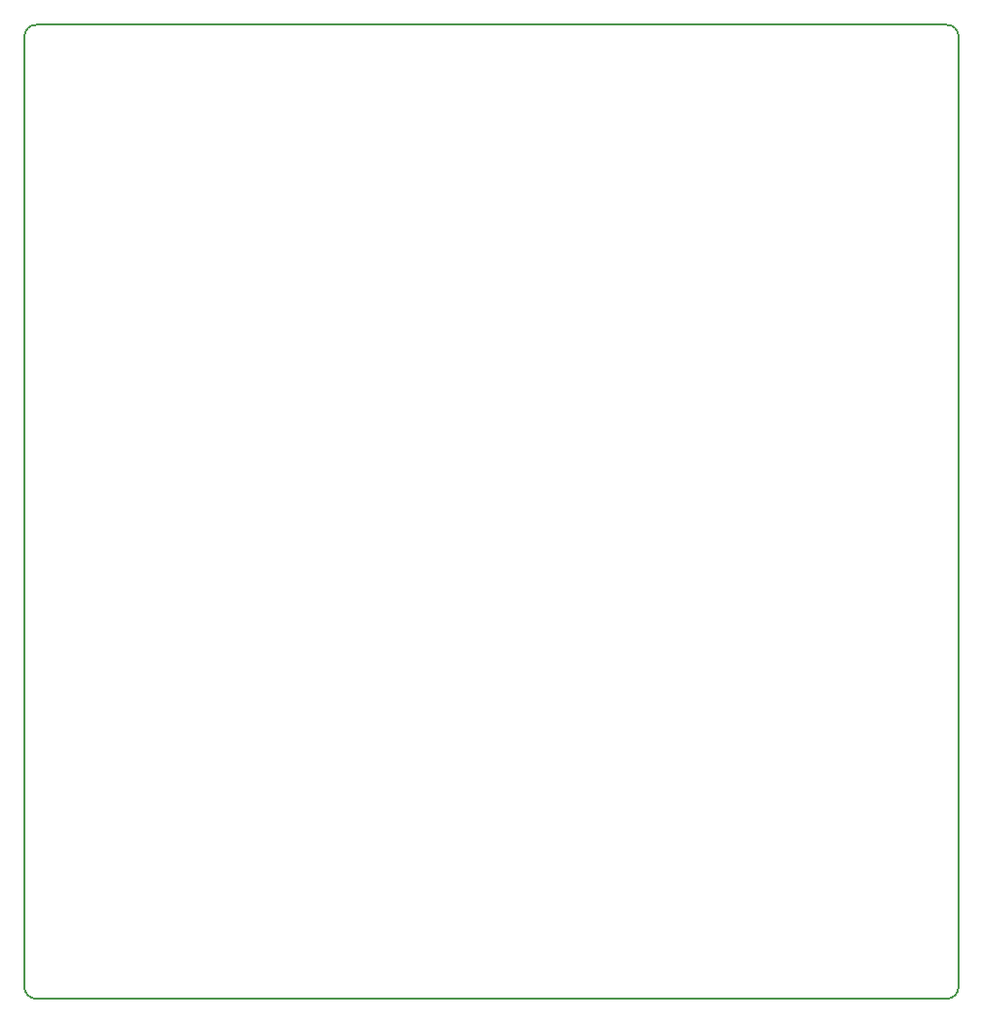
<source format=gm1>
G04 #@! TF.FileFunction,Profile,NP*
%FSLAX46Y46*%
G04 Gerber Fmt 4.6, Leading zero omitted, Abs format (unit mm)*
G04 Created by KiCad (PCBNEW 4.0.7) date 10/13/19 14:19:05*
%MOMM*%
%LPD*%
G01*
G04 APERTURE LIST*
%ADD10C,0.100000*%
%ADD11C,0.150000*%
G04 APERTURE END LIST*
D10*
D11*
X135839200Y-132537200D02*
X56769000Y-132537200D01*
X135839200Y-48056800D02*
X56794400Y-48056800D01*
X55753000Y-131495800D02*
X55753000Y-49098200D01*
X136855200Y-49098200D02*
X136855200Y-131495800D01*
X136861550Y-49079150D02*
G75*
G03X135845550Y-48063150I-1016000J0D01*
G01*
X135845550Y-132530850D02*
G75*
G03X136861550Y-131514850I0J1016000D01*
G01*
X55746650Y-131514850D02*
G75*
G03X56762650Y-132530850I1016000J0D01*
G01*
X56769000Y-48069500D02*
G75*
G03X55753000Y-49085500I0J-1016000D01*
G01*
M02*

</source>
